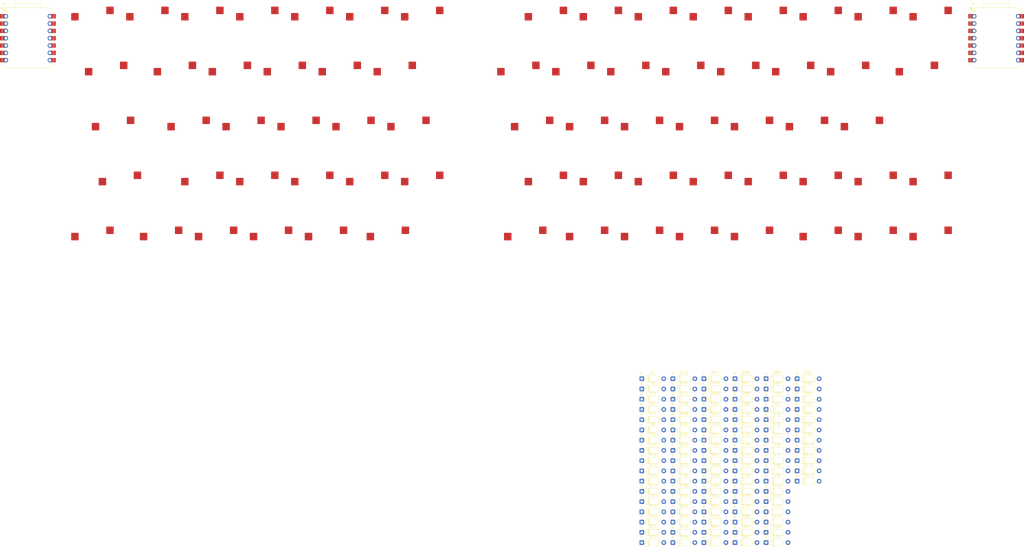
<source format=kicad_pcb>
(kicad_pcb (version 20241229) (generator "pcbnew") (generator_version "9.0")
  (layers (0 "F.Cu" signal) (2 "B.Cu" signal) (13 "F.Paste" user) (15 "B.Paste" user) (5 "F.SilkS" user "F.Silkscreen") (7 "B.SilkS" user "B.Silkscreen") (1 "F.Mask" user) (3 "B.Mask" user) (25 "Edge.Cuts" user))
  (net 0 "")
  (net 1 "Net-(D1-A)")
  (net 2 "Net-(D1-K)")
  (net 3 "Net-(D12-K)")
  (net 4 "Net-(D2-A)")
  (net 5 "Net-(D13-K)")
  (net 6 "Net-(D3-A)")
  (net 7 "Net-(D14-K)")
  (net 8 "Net-(D4-A)")
  (net 9 "Net-(D38-K)")
  (net 10 "Net-(D7-A)")
  (net 11 "Net-(D22-K)")
  (net 12 "Net-(D8-A)")
  (net 13 "Net-(D27-K)")
  (net 14 "Net-(D9-A)")
  (net 15 "Net-(D10-K)")
  (net 16 "Net-(D10-A)")
  (net 17 "Net-(D11-A)")
  (net 18 "Net-(D11-K)")
  (net 19 "Net-(D12-A)")
  (net 20 "Net-(D13-A)")
  (net 21 "Net-(D14-A)")
  (net 22 "Net-(D17-K)")
  (net 23 "Net-(D17-A)")
  (net 24 "Net-(D19-K)")
  (net 25 "Net-(D19-A)")
  (net 26 "Net-(D20-A)")
  (net 27 "Net-(D21-A)")
  (net 28 "Net-(D22-A)")
  (net 29 "Net-(D23-A)")
  (net 30 "Net-(D24-A)")
  (net 31 "Net-(D27-A)")
  (net 32 "Net-(D28-A)")
  (net 33 "Net-(D29-A)")
  (net 34 "Net-(D30-A)")
  (net 35 "Net-(D31-A)")
  (net 36 "Net-(D32-A)")
  (net 37 "Net-(D34-A)")
  (net 38 "Net-(D37-A)")
  (net 39 "Net-(D38-A)")
  (net 40 "Net-(D39-A)")
  (net 41 "Net-(D40-A)")
  (net 42 "Net-(D41-A)")
  (net 43 "Net-(D42-A)")
  (net 44 "Net-(D43-A)")
  (net 45 "Net-(D44-A)")
  (net 46 "Net-(D47-A)")
  (net 47 "Net-(D49-A)")
  (net 48 "Net-(D50-A)")
  (net 49 "Net-(D51-A)")
  (net 50 "Net-(D52-A)")
  (net 51 "Net-(D53-A)")
  (net 52 "Net-(D54-A)")
  (net 53 "Net-(D55-A)")
  (net 54 "Net-(D57-A)")
  (net 55 "Net-(D58-A)")
  (net 56 "Net-(D59-A)")
  (net 57 "Net-(D60-A)")
  (net 58 "Net-(D61-A)")
  (net 59 "Net-(D62-A)")
  (net 60 "Net-(D63-A)")
  (net 61 "Net-(D64-A)")
  (net 62 "Net-(D65-A)")
  (net 63 "Net-(D65-K)")
  (net 64 "Net-(D66-K)")
  (net 65 "Net-(D66-A)")
  (net 66 "Net-(D67-A)")
  (net 67 "Net-(D68-A)")
  (net 68 "Net-(D69-A)")
  (net 69 "Net-(D70-A)")
  (net 70 "Net-(D71-A)")
  (net 71 "Net-(D72-A)")
  (net 72 "Net-(D73-A)")
  (net 73 "Net-(D74-A)")
  (net 74 "Net-(D75-A)")
  (net 75 "Net-(D76-A)")
  (net 76 "Net-(D77-A)")
  (net 77 "Net-(D78-A)")
  (net 78 "Net-(D79-A)")
  (net 79 "Net-(D80-A)")
  (net 80 "Net-(D81-A)")
  (net 81 "Net-(D82-A)")
  (net 82 "Net-(D83-A)")
  (net 83 "Net-(D84-A)")
  (net 84 "INTR_L")
  (net 85 "INTR_R")
  (net 86 "IO 0")
  (net 87 "IO 1")
  (net 88 "IO 2")
  (net 89 "IO 3")
  (net 90 "IO 4")
  (net 91 "IO 5")
  (net 92 "IO 7")
  (net 93 "IO 8")
  (net 94 "IO 9")
  (net 95 "IO 10")
  (net 96 "IO 11")
  (net 97 "IO 12")
  (net 98 "IO 13")
  (net 99 "IO 6")
  (footprint "Kailh_PG1353_Hotswap:Kailh-PG1353-Hotswap-1U" (layer "F.Cu") (at 142.875 76.2)
    (property "Reference" "RC5-1")
    (property "Value" "SW_Push")
  )
  (footprint "Diode_THT:D_DO-35_SOD27_P7.62mm_Horizontal" (layer "F.Cu") (at 255.82125 203.6625)
    (property "Reference" "D32")
    (property "Value" "1N4148")
  )
  (footprint "Kailh_PG1353_Hotswap:Kailh-PG1353-Hotswap-1.75U" (layer "F.Cu") (at 64.29375 95.25)
    (property "Reference" "RC0-2")
    (property "Value" "SW_Push")
  )
  (footprint "Diode_THT:D_DO-35_SOD27_P7.62mm_Horizontal" (layer "F.Cu") (at 298.90125 207.2125)
    (property "Reference" "DS11")
    (property "Value" "1N4148")
  )
  (footprint "Kailh_PG1353_Hotswap:Kailh-PG1353-Hotswap-1U" (layer "F.Cu") (at 100.0125 133.35)
    (property "Reference" "RC2-4")
    (property "Value" "SW_Push")
  )
  (footprint "Diode_THT:D_DO-35_SOD27_P7.62mm_Horizontal" (layer "F.Cu") (at 245.05125 189.4625)
    (property "Reference" "D4")
    (property "Value" "1N4148")
  )
  (footprint "Kailh_PG1353_Hotswap:Kailh-PG1353-Hotswap-1U" (layer "F.Cu") (at 123.825 76.2)
    (property "Reference" "RC4-1")
    (property "Value" "SW_Push")
  )
  (footprint "Diode_THT:D_DO-35_SOD27_P7.62mm_Horizontal" (layer "F.Cu") (at 255.82125 235.6125)
    (property "Reference" "D44")
    (property "Value" "1N4148")
  )
  (footprint "Diode_THT:D_DO-35_SOD27_P7.62mm_Horizontal" (layer "F.Cu") (at 298.90125 178.8125)
    (property "Reference" "DS2")
    (property "Value" "1N4148")
  )
  (footprint "Diode_THT:D_DO-35_SOD27_P7.62mm_Horizontal" (layer "F.Cu") (at 288.13125 210.7625)
    (property "Reference" "DI8")
    (property "Value" "1N4148")
  )
  (footprint "Kailh_PG1353_Hotswap:Kailh-PG1353-Hotswap-2U" (layer "F.Cu") (at 66.675 114.3)
    (property "Reference" "RC0-3")
    (property "Value" "SW_Push")
  )
  (footprint "Diode_THT:D_DO-35_SOD27_P7.62mm_Horizontal" (layer "F.Cu") (at 288.13125 182.3625)
    (property "Reference" "D84")
    (property "Value" "1N4148")
  )
  (footprint "Diode_THT:D_DO-35_SOD27_P7.62mm_Horizontal" (layer "F.Cu") (at 266.59125 193.0125)
    (property "Reference" "D52")
    (property "Value" "1N4148")
  )
  (footprint "Kailh_PG1353_Hotswap:Kailh-PG1353-Hotswap-1U" (layer "F.Cu") (at 57.15 57.15)
    (property "Reference" "RC1-0")
    (property "Value" "SW_Push")
  )
  (footprint "Diode_THT:D_DO-35_SOD27_P7.62mm_Horizontal" (layer "F.Cu") (at 288.13125 193.0125)
    (property "Reference" "DI2")
    (property "Value" "1N4148")
  )
  (footprint "Diode_THT:D_DO-35_SOD27_P7.62mm_Horizontal" (layer "F.Cu") (at 245.05125 217.8625)
    (property "Reference" "D14")
    (property "Value" "1N4148")
  )
  (footprint "Diode_THT:D_DO-35_SOD27_P7.62mm_Horizontal" (layer "F.Cu") (at 245.05125 232.0625)
    (property "Reference" "D21")
    (property "Value" "1N4148")
  )
  (footprint "Diode_THT:D_DO-35_SOD27_P7.62mm_Horizontal" (layer "F.Cu") (at 298.90125 182.3625)
    (property "Reference" "DS3")
    (property "Value" "1N4148")
  )
  (footprint "Diode_THT:D_DO-35_SOD27_P7.62mm_Horizontal" (layer "F.Cu") (at 288.13125 189.4625)
    (property "Reference" "DI1")
    (property "Value" "1N4148")
  )
  (footprint "Kailh_PG1353_Hotswap:Kailh-PG1353-Hotswap-1U" (layer "F.Cu") (at 223.8375 76.2)
    (property "Reference" "RC1-9")
    (property "Value" "SW_Push")
  )
  (footprint "Kailh_PG1353_Hotswap:Kailh-PG1353-Hotswap-1U" (layer "F.Cu") (at 347.6625 114.3)
    (property "Reference" "RC6-12")
    (property "Value" "SW_Push")
  )
  (footprint "Diode_THT:D_DO-35_SOD27_P7.62mm_Horizontal" (layer "F.Cu") (at 245.05125 193.0125)
    (property "Reference" "D7")
    (property "Value" "1N4148")
  )
  (footprint "Kailh_PG1353_Hotswap:Kailh-PG1353-Hotswap-1.25U" (layer "F.Cu") (at 159.54375 133.35)
    (property "Reference" "RC6-5")
    (property "Value" "SW_Push")
  )
  (footprint "Kailh_PG1353_Hotswap:Kailh-PG1353-Hotswap-1U" (layer "F.Cu") (at 300.0375 76.2)
    (property "Reference" "RC5-8")
    (property "Value" "SW_Push")
  )
  (footprint "Diode_THT:D_DO-35_SOD27_P7.62mm_Horizontal" (layer "F.Cu") (at 277.36125 203.6625)
    (property "Reference" "D73")
    (property "Value" "1N4148")
  )
  (footprint "Diode_THT:D_DO-35_SOD27_P7.62mm_Horizontal" (layer "F.Cu") (at 266.59125 232.0625)
    (property "Reference" "D64")
    (property "Value" "1N4148")
  )
  (footprint "Diode_THT:D_DO-35_SOD27_P7.62mm_Horizontal" (layer "F.Cu") (at 277.36125 217.8625)
    (property "Reference" "D77")
    (property "Value" "1N4148")
  )
  (footprint "Kailh_PG1353_Hotswap:Kailh-PG1353-Hotswap-1U" (layer "F.Cu") (at 233.3625 114.3)
    (property "Reference" "RC1-11")
    (property "Value" "SW_Push")
  )
  (footprint "Diode_THT:D_DO-35_SOD27_P7.62mm_Horizontal" (layer "F.Cu") (at 288.13125 178.8125)
    (property "Reference" "D83")
    (property "Value" "1N4148")
  )
  (footprint "Kailh_PG1353_Hotswap:Kailh-PG1353-Hotswap-1U" (layer "F.Cu") (at 214.3125 114.3)
    (property "Reference" "RC0-11")
    (property "Value" "SW_Push")
  )
  (footprint "Diode_THT:D_DO-35_SOD27_P7.62mm_Horizontal" (layer "F.Cu") (at 288.13125 217.8625)
    (property "Reference" "DI10")
    (property "Value" "1N4148")
  )
  (footprint "Kailh_PG1353_Hotswap:Kailh-PG1353-Hotswap-1U" (layer "F.Cu") (at 171.45 114.3)
    (property "Reference" "RC6-4")
    (property "Value" "SW_Push")
  )
  (footprint "Kailh_PG1353_Hotswap:Kailh-PG1353-Hotswap-1U" (layer "F.Cu") (at 309.5625 133.35)
    (property "Reference" "RC3-13")
    (property "Value" "SW_Push")
  )
  (footprint "Diode_THT:D_DO-35_SOD27_P7.62mm_Horizontal" (layer "F.Cu") (at 277.36125 200.1125)
    (property "Reference" "D72")
    (property "Value" "1N4148")
  )
  (footprint "Kailh_PG1353_Hotswap:Kailh-PG1353-Hotswap-1U" (layer "F.Cu") (at 228.6 95.25)
    (property "Reference" "RC1-10")
    (property "Value" "SW_Push")
  )
  (footprint "Kailh_PG1353_Hotswap:Kailh-PG1353-Hotswap-1U" (layer "F.Cu") (at 271.4625 57.15)
    (property "Reference" "RC3-7")
    (property "Value" "SW_Push")
  )
  (footprint "Diode_THT:D_DO-35_SOD27_P7.62mm_Horizontal" (layer "F.Cu") (at 245.05125 200.1125)
    (property "Reference" "D9")
    (property "Value" "1N4148")
  )
  (footprint "Diode_THT:D_DO-35_SOD27_P7.62mm_Horizontal" (layer "F.Cu") (at 288.13125 221.4125)
    (property "Reference" "DI11")
    (property "Value" "1N4148")
  )
  (footprint "Diode_THT:D_DO-35_SOD27_P7.62mm_Horizontal" (layer "F.Cu") (at 277.36125 214.3125)
    (property "Reference" "D76")
    (property "Value" "1N4148")
  )
  (footprint "Diode_THT:D_DO-35_SOD27_P7.62mm_Horizontal" (layer "F.Cu") (at 255.82125 210.7625)
    (property "Reference" "D37")
    (property "Value" "1N4148")
  )
  (footprint "Diode_THT:D_DO-35_SOD27_P7.62mm_Horizontal" (layer "F.Cu") (at 277.36125 210.7625)
    (property "Reference" "D75")
    (property "Value" "1N4148")
  )
  (footprint "Diode_THT:D_DO-35_SOD27_P7.62mm_Horizontal" (layer "F.Cu") (at 298.90125 196.5625)
    (property "Reference" "DS8")
    (property "Value" "1N4148")
  )
  (footprint "Diode_THT:D_DO-35_SOD27_P7.62mm_Horizontal" (layer "F.Cu") (at 288.13125 200.1125)
    (property "Reference" "DI4")
    (property "Value" "1N4148")
  )
  (footprint "Diode_THT:D_DO-35_SOD27_P7.62mm_Horizontal" (layer "F.Cu") (at 255.82125 182.3625)
    (property "Reference" "D24")
    (property "Value" "1N4148")
  )
  (footprint "Kailh_PG1353_Hotswap:Kailh-PG1353-Hotswap-1U" (layer "F.Cu") (at 252.4125 57.15)
    (property "Reference" "RC2-7")
    (property "Value" "SW_Push")
  )
  (footprint "Kailh_PG1353_Hotswap:Kailh-PG1353-Hotswap-1U" (layer "F.Cu") (at 347.6625 133.35)
    (property "Reference" "RC5-13")
    (property "Value" "SW_Push")
  )
  (footprint "Kailh_PG1353_Hotswap:Kailh-PG1353-Hotswap-1U" (layer "F.Cu") (at 90.4875 95.25)
    (property "Reference" "RC1-2")
    (property "Value" "SW_Push")
  )
  (footprint "Kailh_PG1353_Hotswap:Kailh-PG1353-Hotswap-1U" (layer "F.Cu") (at 133.35 57.15)
    (property "Reference" "RC5-0")
    (property "Value" "SW_Push")
  )
  (footprint "Diode_THT:D_DO-35_SOD27_P7.62mm_Horizontal" (layer "F.Cu") (at 266.59125 189.4625)
    (property "Reference" "D51")
    (property "Value" "1N4148")
  )
  (footprint "Kailh_PG1353_Hotswap:Kailh-PG1353-Hotswap-1U" (layer "F.Cu") (at 304.8 95.25)
    (property "Reference" "RC5-10")
    (property "Value" "SW_Push")
  )
  (footprint "Diode_THT:D_DO-35_SOD27_P7.62mm_Horizontal" (layer "F.Cu") (at 255.82125 217.8625)
    (property "Reference" "D39")
    (property "Value" "1N4148")
  )
  (footprint "Kailh_PG1353_Hotswap:Kailh-PG1353-Hotswap-1U" (layer "F.Cu") (at 233.3625 57.15)
    (property "Reference" "RC1-7")
    (property "Value" "SW_Push")
  )
  (footprint "Diode_THT:D_DO-35_SOD27_P7.62mm_Horizontal" (layer "F.Cu") (at 266.59125 203.6625)
    (property "Reference" "D55")
    (property "Value" "1N4148")
  )
  (footprint "Kailh_PG1353_Hotswap:Kailh-PG1353-Hotswap-1U" (layer "F.Cu") (at 161.925 76.2)
    (property "Reference" "RC6-2")
    (property "Value" "SW_Push")
  )
  (footprint "Diode_THT:D_DO-35_SOD27_P7.62mm_Horizontal" (layer "F.Cu") (at 277.36125 182.3625)
    (property "Reference" "D67")
    (property "Value" "1N4148")
  )
  (footprint "Diode_THT:D_DO-35_SOD27_P7.62mm_Horizontal" (layer "F.Cu") (at 255.82125 228.5125)
    (property "Reference" "D42")
    (property "Value" "1N4148")
  )
  (footprint "Diode_THT:D_DO-35_SOD27_P7.62mm_Horizontal" (layer "F.Cu") (at 245.05125 210.7625)
    (property "Reference" "D12")
    (property "Value" "1N4148")
  )
  (footprint "Diode_THT:D_DO-35_SOD27_P7.62mm_Horizontal" (layer "F.Cu") (at 298.90125 200.1125)
    (property "Reference" "DS9")
    (property "Value" "1N4148")
  )
  (footprint "Kailh_PG1353_Hotswap:Kailh-PG1353-Hotswap-1U" (layer "F.Cu") (at 242.8875 76.2)
    (property "Reference" "RC2-8")
    (property "Value" "SW_Push")
  )
  (footprint "Kailh_PG1353_Hotswap:Kailh-PG1353-Hotswap-1.5U" (layer "F.Cu") (at 342.9 76.2)
    (property "Reference" "RC6-9")
    (property "Value" "SW_Push")
  )
  (footprint "Kailh_PG1353_Hotswap:Kailh-PG1353-Hotswap-1U" (layer "F.Cu") (at 80.9625 133.35)
    (property "Reference" "RC1-4")
    (property "Value" "SW_Push")
  )
  (footprint "Kailh_PG1353_Hotswap:Kailh-PG1353-Hotswap-1U" (layer "F.Cu") (at 290.5125 114.3)
    (property "Reference" "RC3-11")
    (property "Value" "SW_Push")
  )
  (footprint "Diode_THT:D_DO-35_SOD27_P7.62mm_Horizontal" (layer "F.Cu") (at 288.13125 224.9625)
    (property "Reference" "DI12")
    (property "Value" "1N4148")
  )
  (footprint "Kailh_PG1353_Hotswap:Kailh-PG1353-Hotswap-1U" (layer "F.Cu") (at 309.5625 114.3)
    (property "Reference" "RC5-11")
    (property "Value" "SW_Push")
  )
  (footprint "Diode_THT:D_DO-35_SOD27_P7.62mm_Horizontal" (layer "F.Cu") (at 288.13125 214.3125)
    (property "Reference" "DI9")
    (property "Value" "1N4148")
  )
  (footprint "Kailh_PG1353_Hotswap:Kailh-PG1353-Hotswap-1U" (layer "F.Cu") (at 271.4625 114.3)
    (property "Reference" "RC2-11")
    (property "Value" "SW_Push")
  )
  (footprint "Diode_THT:D_DO-35_SOD27_P7.62mm_Horizontal" (layer "F.Cu") (at 266.59125 235.6125)
    (property "Reference" "D65")
    (property "Value" "1N4148")
  )
  (footprint "Kailh_PG1353_Hotswap:Kailh-PG1353-Hotswap-1U" (layer "F.Cu") (at 328.6125 57.15)
    (property "Reference" "RC6-7")
    (property "Value" "SW_Push")
  )
  (footprint "Diode_THT:D_DO-35_SOD27_P7.62mm_Horizontal" (layer "F.Cu") (at 266.59125 228.5125)
    (property "Reference" "D63")
    (property "Value" "1N4148")
  )
  (footprint "Diode_THT:D_DO-35_SOD27_P7.62mm_Horizontal" (layer "F.Cu") (at 266.59125 224.9625)
    (property "Reference" "D62")
    (property "Value" "1N4148")
  )
  (footprint "Kailh_PG1353_Hotswap:Kailh-PG1353-Hotswap-1U" (layer "F.Cu") (at 280.9875 76.2)
    (property "Reference" "RC4-8")
    (property "Value" "SW_Push")
  )
  (footprint "Diode_THT:D_DO-35_SOD27_P7.62mm_Horizontal" (layer "F.Cu") (at 255.82125 207.2125)
    (property "Reference" "D34")
    (property "Value" "1N4148")
  )
  (footprint "Diode_THT:D_DO-35_SOD27_P7.62mm_Horizontal" (layer "F.Cu") (at 245.05125 207.2125)
    (property "Reference" "D11")
    (property "Value" "1N4148")
  )
  (footprint "Diode_THT:D_DO-35_SOD27_P7.62mm_Horizontal" (layer "F.Cu") (at 255.82125 232.0625)
    (property "Reference" "D43")
    (property "Value" "1N4148")
  )
  (footprint "Diode_THT:D_DO-35_SOD27_P7.62mm_Horizontal" (layer "F.Cu") (at 298.90125 185.9125)
    (property "Reference" "DS4")
    (property "Value" "1N4148")
  )
  (footprint "Seeed Studio XIAO Series Library:XIAO-nRF52840-DIP" (layer "F.Cu") (at 367.87875 60.79725)
    (property "Reference" "U2")
    (property "Value" "XIAO-nRF52840-SMD")
  )
  (footprint "Diode_THT:D_DO-35_SOD27_P7.62mm_Horizontal" (layer "F.Cu") (at 245.05125 182.3625)
    (property "Reference" "D2")
    (property "Value" "1N4148")
  )
  (footprint "Kailh_PG1353_Hotswap:Kailh-PG1353-Hotswap-1U" (layer "F.Cu") (at 247.65 133.35)
    (property "Reference" "RC2-12")
    (property "Value" "SW_Push")
  )
  (footprint "Diode_THT:D_DO-35_SOD27_P7.62mm_Horizontal" (layer "F.Cu") (at 277.36125 235.6125)
    (property "Reference" "D82")
    (property "Value" "1N4148")
  )
  (footprint "Diode_THT:D_DO-35_SOD27_P7.62mm_Horizontal" (layer "F.Cu") (at 277.36125 178.8125)
    (property "Reference" "D66")
    (property "Value" "1N4148")
  )
  (footprint "Diode_THT:D_DO-35_SOD27_P7.62mm_Horizontal" (layer "F.Cu") (at 298.90125 214.3125)
    (property "Reference" "DS13")
    (property "Value" "1N4148")
  )
  (footprint "Kailh_PG1353_Hotswap:Kailh-PG1353-Hotswap-1U" (layer "F.Cu") (at 119.0625 133.35)
    (property "Reference" "RC3-4")
    (property "Value" "SW_Push")
  )
  (footprint "Diode_THT:D_DO-35_SOD27_P7.62mm_Horizontal" (layer "F.Cu") (at 245.05125 214.3125)
    (property "Reference" "D13")
    (property "Value" "1N4148")
  )
  (footprint "Kailh_PG1353_Hotswap:Kailh-PG1353-Hotswap-1U" (layer "F.Cu") (at 152.4 57.15)
    (property "Reference" "RC6-0")
    (property "Value" "SW_Push")
  )
  (footprint "Diode_THT:D_DO-35_SOD27_P7.62mm_Horizontal" (layer "F.Cu") (at 298.90125 193.0125)
    (property "Reference" "DS7")
    (property "Value" "1N4148")
  )
  (footprint "Diode_THT:D_DO-35_SOD27_P7.62mm_Horizontal" (layer "F.Cu") (at 255.82125 196.5625)
    (property "Reference" "D30")
    (property "Value" "1N4148")
  )
  (footprint "Diode_THT:D_DO-35_SOD27_P7.62mm_Horizontal" (layer "F.Cu") (at 298.90125 210.7625)
    (property "Reference" "DS12")
    (property "Value" "1N4148")
  )
  (footprint "Diode_THT:D_DO-35_SOD27_P7.62mm_Horizontal" (layer "F.Cu") (at 245.05125 224.9625)
    (property "Reference" "D19")
    (property "Value" "1N4148")
  )
  (footprint "Diode_THT:D_DO-35_SOD27_P7.62mm_Horizontal" (layer "F.Cu") (at 277.36125 224.9625)
    (property "Reference" "D79")
    (property "Value" "1N4148")
  )
  (footprint "Kailh_PG1353_Hotswap:Kailh-PG1353-Hotswap-1U" (layer "F.Cu") (at 285.75 95.25)
    (property "Reference" "RC4-10")
    (property "Value" "SW_Push")
  )
  (footprint "Kailh_PG1353_Hotswap:Kailh-PG1353-Hotswap-1U" (layer "F.Cu") (at 152.4 114.3)
    (property "Reference" "RC5-3")
    (property "Value" "SW_Push")
  )
  (footprint "Diode_THT:D_DO-35_SOD27_P7.62mm_Horizontal" (layer "F.Cu") (at 288.13125 207.2125)
    (property "Reference" "DI7")
    (property "Value" "1N4148")
  )
  (footprint "Diode_THT:D_DO-35_SOD27_P7.62mm_Horizontal" (layer "F.Cu") (at 288.13125 232.0625)
    (property "Reference" "DS0")
    (property "Value" "1N4148")
  )
  (footprint "Diode_THT:D_DO-35_SOD27_P7.62mm_Horizontal" (layer "F.Cu") (at 277.36125 189.4625)
    (property "Reference" "D69")
    (property "Value" "1N4148")
  )
  (footprint "Diode_THT:D_DO-35_SOD27_P7.62mm_Horizontal" (layer "F.Cu") (at 277.36125 196.5625)
    (property "Reference" "D71")
    (property "Value" "1N4148")
  )
  (footprint "Diode_THT:D_DO-35_SOD27_P7.62mm_Horizontal" (layer "F.Cu") (at 255.82125 193.0125)
    (property "Reference" "D29")
    (property "Value" "1N4148")
  )
  (footprint "Kailh_PG1353_Hotswap:Kailh-PG1353-Hotswap-1U" (layer "F.Cu") (at 347.6625 57.15)
    (property "Reference" "RC6-8")
    (property "Value" "SW_Push")
  )
  (footprint "Diode_THT:D_DO-35_SOD27_P7.62mm_Horizontal" (layer "F.Cu") (at 245.05125 178.8125)
    (property "Reference" "D1")
    (property "Value" "1N4148")
  )
  (footprint "Diode_THT:D_DO-35_SOD27_P7.62mm_Horizontal" (layer "F.Cu") (at 288.13125 203.6625)
    (property "Reference" "DI5")
    (property "Value" "1N4148")
  )
  (footprint "Kailh_PG1353_Hotswap:Kailh-PG1353-Hotswap-1U" (layer "F.Cu") (at 166.6875 95.25)
    (property "Reference" "RC6-3")
    (property "Value" "SW_Push")
  )
  (footprint "Kailh_PG1353_Hotswap:Kailh-PG1353-Hotswap-1U" (layer "F.Cu") (at 323.85 95.25)
    (property "Reference" "RC6-10")
    (property "Value" "SW_Push")
  )
  (footprint "Diode_THT:D_DO-35_SOD27_P7.62mm_Horizontal" (layer "F.Cu") (at 266.59125 217.8625)
    (property "Reference" "D60")
    (property "Value" "1N4148")
  )
  (footprint "Diode_THT:D_DO-35_SOD27_P7.62mm_Horizontal" (layer "F.Cu") (at 245.05125 196.5625)
    (property "Reference" "D8")
    (property "Value" "1N4148")
  )
  (footprint "Diode_THT:D_DO-35_SOD27_P7.62mm_Horizontal" (layer "F.Cu") (at 277.36125 228.5125)
    (property "Reference" "D80")
    (property "Value" "1N4148")
  )
  (footprint "Kailh_PG1353_Hotswap:Kailh-PG1353-Hotswap-1U" (layer "F.Cu") (at 261.9375 76.2)
    (property "Reference" "RC3-8")
    (property "Value" "SW_Push")
  )
  (footprint "Kailh_PG1353_Hotswap:Kailh-PG1353-Hotswap-1U" (layer "F.Cu") (at 85.725 76.2)
    (property "Reference" "RC2-1")
    (property "Value" "SW_Push")
  )
  (footprint "Kailh_PG1353_Hotswap:Kailh-PG1353-Hotswap-1U" (layer "F.Cu") (at 266.7 133.35)
    (property "Reference" "RC3-12")
    (property "Value" "SW_Push")
  )
  (footprint "Diode_THT:D_DO-35_SOD27_P7.62mm_Horizontal" (layer "F.Cu") (at 277.36125 207.2125)
    (property "Reference" "D74")
    (property "Value" "1N4148")
  )
  (footprint "Diode_THT:D_DO-35_SOD27_P7.62mm_Horizontal" (layer "F.Cu") (at 266.59125 185.9125)
    (property "Reference" "D50")
    (property "Value" "1N4148")
  )
  (footprint "Kailh_PG1353_Hotswap:Kailh-PG1353-Hotswap-1U" (layer "F.Cu") (at 95.25 57.15)
    (property "Reference" "RC3-0")
    (property "Value" "SW_Push")
  )
  (footprint "Kailh_PG1353_Hotswap:Kailh-PG1353-Hotswap-1U" (layer "F.Cu") (at 252.4125 114.3)
    (property "Reference" "RC2-10")
    (property "Value" "SW_Push")
  )
  (footprint "Diode_THT:D_DO-35_SOD27_P7.62mm_Horizontal" (layer "F.Cu") (at 266.59125 200.1125)
    (property "Reference" "D54")
    (property "Value" "1N4148")
  )
  (footprint "Kailh_PG1353_Hotswap:Kailh-PG1353-Hotswap-1U" (layer "F.Cu") (at 285.75 133.35)
    (property "Reference" "RC4-12")
    (property "Value" "SW_Push")
  )
  (footprint "Kailh_PG1353_Hotswap:Kailh-PG1353-Hotswap-1U" (layer "F.Cu") (at 76.2 57.15)
    (property "Reference" "RC2-0")
    (property "Value" "SW_Push")
  )
  (footprint "Kailh_PG1353_Hotswap:Kailh-PG1353-Hotswap-1U" (layer "F.Cu") (at 228.6 133.35)
    (property "Reference" "RC1-12")
    (property "Value" "SW_Push")
  )
  (footprint "Diode_THT:D_DO-35_SOD27_P7.62mm_Horizontal" (layer "F.Cu") (at 245.05125 185.9125)
    (property "Reference" "D3")
    (property "Value" "1N4148")
  )
  (footprint "Diode_THT:D_DO-35_SOD27_P7.62mm_Horizontal" (layer "F.Cu") (at 266.59125 178.8125)
    (property "Reference" "D47")
    (property "Value" "1N4148")
  )
  (footprint "Diode_THT:D_DO-35_SOD27_P7.62mm_Horizontal" (layer "F.Cu") (at 266.59125 210.7625)
    (property "Reference" "D58")
    (property "Value" "1N4148")
  )
  (footprint "Kailh_PG1353_Hotswap:Kailh-PG1353-Hotswap-1U" (layer "F.Cu") (at 204.7875 76.2)
    (property "Reference" "RC0-9")
    (property "Value" "SW_Push")
  )
  (footprint "Diode_THT:D_DO-35_SOD27_P7.62mm_Horizontal" (layer "F.Cu") (at 245.05125 221.4125)
    (property "Reference" "D17")
    (property "Value" "1N4148")
  )
  (footprint "Diode_THT:D_DO-35_SOD27_P7.62mm_Horizontal" (layer "F.Cu") (at 266.59125 214.3125)
    (property "Reference" "D59")
    (property "Value" "1N4148")
  )
  (footprint "Diode_THT:D_DO-35_SOD27_P7.62mm_Horizontal" (layer "F.Cu") (at 277.36125 193.0125)
    (property "Reference" "D70")
    (property "Value" "1N4148")
  )
  (footprint "Kailh_PG1353_Hotswap:Kailh-PG1353-Hotswap-1U" (layer "F.Cu") (at 138.1125 133.35)
    (property "Reference" "RC5-4")
    (property "Value" "SW_Push")
  )
  (footprint "Kailh_PG1353_Hotswap:Kailh-PG1353-Hotswap-1U" (layer "F.Cu") (at 109.5375 95.25)
    (property "Reference" "RC3-2")
    (property "Value" "SW_Push")
  )
  (footprint "Diode_THT:D_DO-35_SOD27_P7.62mm_Horizontal" (layer "F.Cu") (at 288.13125 228.5125)
    (property "Reference" "DI13")
    (property "Value" "1N4148")
  )
  (footprint "Diode_THT:D_DO-35_SOD27_P7.62mm_Horizontal" (layer "F.Cu") (at 255.82125 214.3125)
    (property "Reference" "D38")
    (property "Value" "1N4148")
  )
  (footprint "Kailh_PG1353_Hotswap:Kailh-PG1353-Hotswap-1.5U" (layer "F.Cu") (at 61.9125 76.2)
    (property "Reference" "RC0-1")
    (property "Value" "SW_Push")
  )
  (footprint "Diode_THT:D_DO-35_SOD27_P7.62mm_Horizontal" (layer "F.Cu") (at 255.82125 189.4625)
    (property "Reference" "D28")
    (property "Value" "1N4148")
  )
  (footprint "Kailh_PG1353_Hotswap:Kailh-PG1353-Hotswap-1U" (layer "F.Cu") (at 104.775 76.2)
    (property "Reference" "RC3-1")
    (property "Value" "SW_Push")
  )
  (footprint "Diode_THT:D_DO-35_SOD27_P7.62mm_Horizontal" (layer "F.Cu") (at 266.59125 221.4125)
    (property "Reference" "D61")
    (property "Value" "1N4148")
  )
  (footprint "Kailh_PG1353_Hotswap:Kailh-PG1353-Hotswap-1U" (layer "F.Cu") (at 266.7 95.25)
    (property "Reference" "RC4-9")
    (property "Value" "SW_Push")
  )
  (footprint "Diode_THT:D_DO-35_SOD27_P7.62mm_Horizontal" (layer "F.Cu") (at 266.59125 207.2125)
    (property "Reference" "D57")
    (property "Value" "1N4148")
  )
  (footprint "Kailh_PG1353_Hotswap:Kailh-PG1353-Hotswap-1U" (layer "F.Cu") (at 133.35 114.3)
    (property "Reference" "RC4-3")
    (property "Value" "SW_Push")
  )
  (footprint "Diode_THT:D_DO-35_SOD27_P7.62mm_Horizontal" (layer "F.Cu") (at 255.82125 224.9625)
    (property "Reference" "D41")
    (property "Value" "1N4148")
  )
  (footprint "Diode_THT:D_DO-35_SOD27_P7.62mm_Horizontal" (layer "F.Cu") (at 255.82125 221.4125)
    (property "Reference" "D40")
    (property "Value" "1N4148")
  )
  (footprint "Diode_THT:D_DO-35_SOD27_P7.62mm_Horizontal" (layer "F.Cu") (at 288.13125 235.6125)
    (property "Reference" "DS1")
    (property "Value" "1N4148")
  )
  (footprint "Diode_THT:D_DO-35_SOD27_P7.62mm_Horizontal" (layer "F.Cu") (at 277.36125 221.4125)
    (property "Reference" "D78")
    (property "Value" "1N4148")
  )
  (footprint "Diode_THT:D_DO-35_SOD27_P7.62mm_Horizontal" (layer "F.Cu") (at 298.90125 189.4625)
    (property "Reference" "DS5")
    (property "Value" "1N4148")
  )
  (footprint "Diode_THT:D_DO-35_SOD27_P7.62mm_Horizontal" (layer "F.Cu") (at 245.05125 235.6125)
    (property "Reference" "D22")
    (property "Value" "1N4148")
  )
  (footprint "Kailh_PG1353_Hotswap:Kailh-PG1353-Hotswap-1U" (layer "F.Cu") (at 328.6125 114.3)
    (property "Reference" "RC6-11")
    (property "Value" "SW_Push")
  )
  (footprint "Kailh_PG1353_Hotswap:Kailh-PG1353-Hotswap-1U" (layer "F.Cu") (at 319.0875 76.2)
    (property "Reference" "RC5-9")
    (property "Value" "SW_Push")
  )
  (footprint "Diode_THT:D_DO-35_SOD27_P7.62mm_Horizontal" (layer "F.Cu") (at 288.13125 185.9125)
    (property "Reference" "DI0")
    (property "Value" "1N4148")
  )
  (footprint "Diode_THT:D_DO-35_SOD27_P7.62mm_Horizontal" (layer "F.Cu") (at 266.59125 182.3625)
    (property "Reference" "D49")
    (property "Value" "1N4148")
  )
  (footprint "Kailh_PG1353_Hotswap:Kailh-PG1353-Hotswap-1U" (layer "F.Cu") (at 247.65 95.25)
    (property "Reference" "RC3-9")
    (property "Value" "SW_Push")
  )
  (footprint "Kailh_PG1353_Hotswap:Kailh-PG1353-Hotswap-1U" (layer "F.Cu") (at 114.3 57.15)
    (property "Reference" "RC4-0")
    (property "Value" "SW_Push")
  )
  (footprint "Kailh_PG1353_Hotswap:Kailh-PG1353-Hotswap-1U" (layer "F.Cu") (at 309.5625 57.15)
    (property "Reference" "RC5-7")
    (property "Value" "SW_Push")
  )
  (footprint "Diode_THT:D_DO-35_SOD27_P7.62mm_Horizontal" (layer "F.Cu") (at 277.36125 232.0625)
    (property "Reference" "D81")
    (property "Value" "1N4148")
  )
  (footprint "Kailh_PG1353_Hotswap:Kailh-PG1353-Hotswap-1U" (layer "F.Cu") (at 171.45 57.15)
    (property "Reference" "RC6-1")
    (property "Value" "SW_Push")
  )
  (footprint "Diode_THT:D_DO-35_SOD27_P7.62mm_Horizontal" (layer "F.Cu") (at 245.05125 203.6625)
    (property "Reference" "D10")
    (property "Value" "1N4148")
  )
  (footprint "Diode_THT:D_DO-35_SOD27_P7.62mm_Horizontal" (layer "F.Cu") (at 277.36125 185.9125)
    (property "Reference" "D68")
    (property "Value" "1N4148")
  )
  (footprint "Kailh_PG1353_Hotswap:Kailh-PG1353-Hotswap-1U" (layer "F.Cu") (at 214.3125 57.15)
    (property "Reference" "RC0-8")
    (property "Value" "SW_Push")
  )
  (footprint "Kailh_PG1353_Hotswap:Kailh-PG1353-Hotswap-1.25U" (layer "F.Cu") (at 207.16875 133.35)
    (property "Reference" "RC0-12")
    (property "Value" "SW_Push")
  )
  (footprint "Diode_THT:D_DO-35_SOD27_P7.62mm_Horizontal" (layer "F.Cu") (at 255.82125 200.1125)
    (property "Reference" "D31")
    (property "Value" "1N4148")
  )
  (footprint "Kailh_PG1353_Hotswap:Kailh-PG1353-Hotswap-1U" (layer "F.Cu") (at 95.25 114.3)
    (property "Reference" "RC1-3")
    (property "Value" "SW_Push")
  )
  (footprint "Kailh_PG1353_Hotswap:Kailh-PG1353-Hotswap-1U" (layer "F.Cu") (at 128.5875 95.25)
    (property "Reference" "RC4-2")
    (property "Value" "SW_Push")
  )
  (footprint "Diode_THT:D_DO-35_SOD27_P7.62mm_Horizontal" (layer "F.Cu") (at 298.90125 203.6625)
    (property "Reference" "DS10")
    (property "Value" "1N4148")
  )
  (footprint "Diode_THT:D_DO-35_SOD27_P7.62mm_Horizontal" (layer "F.Cu") (at 245.05125 228.5125)
    (property "Reference" "D20")
    (property "Value" "1N4148")
  )
  (footprint "Kailh_PG1353_Hotswap:Kailh-PG1353-Hotswap-1U" (layer "F.Cu") (at 209.55 95.25)
    (property "Reference" "RC0-10")
    (property "Value" "SW_Push")
  )
  (footprint "Diode_THT:D_DO-35_SOD27_P7.62mm_Horizontal" (layer "F.Cu") (at 266.59125 196.5625)
    (property "Reference" "D53")
    (property "Value" "1N4148")
  )
  (footprint "Kailh_PG1353_Hotswap:Kailh-PG1353-Hotswap-1U" (layer "F.Cu") (at 147.6375 95.25)
    (property "Reference" "RC5-2")
    (property "Value" "SW_Push")
  )
  (footprint "Kailh_PG1353_Hotswap:Kailh-PG1353-Hotswap-1U" (layer "F.Cu") (at 290.5125 57.15)
    (property "Reference" "RC4-7")
    (property "Value" "SW_Push")
  )
  (footprint "Diode_THT:D_DO-35_SOD27_P7.62mm_Horizontal" (layer "F.Cu") (at 255.82125 185.9125)
    (property "Reference" "D27")
    (property "Value" "1N4148")
  )
  (footprint "Diode_THT:D_DO-35_SOD27_P7.62mm_Horizontal" (layer "F.Cu") (at 288.13125 196.5625)
    (property "Reference" "DI3")
    (property "Value" "1N4148")
  )
  (footprint "Diode_THT:D_DO-35_SOD27_P7.62mm_Horizontal" (layer "F.Cu") (at 255.82125 178.8125)
    (property "Reference" "D23")
    (property "Value" "1N4148")
  )
  (footprint "Seeed Studio XIAO Series Library:XIAO-nRF52840-DIP" (layer "F.Cu") (at 32.28125 60.79725)
    (property "Reference" "U1")
    (property "Value" "XIAO-nRF52840-SMD")
  )
  (footprint "Kailh_PG1353_Hotswap:Kailh-PG1353-Hotswap-1U" (layer "F.Cu") (at 328.6125 133.35)
    (property "Reference" "RC4-13")
    (property "Value" "SW_Push")
  )
  (footprint "Kailh_PG1353_Hotswap:Kailh-PG1353-Hotswap-1U" (layer "F.Cu") (at 57.15 133.35)
    (property "Reference" "RC0-4")
    (property "Value" "SW_Push")
  )
  (footprint "Kailh_PG1353_Hotswap:Kailh-PG1353-Hotswap-1U" (layer "F.Cu") (at 114.3 114.3)
    (property "Reference" "RC2-3")
    (property "Value" "SW_Push")
  )
)
</source>
